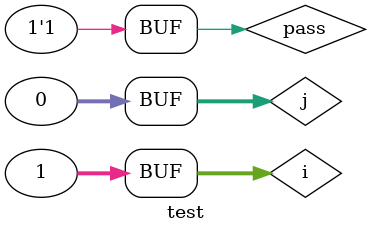
<source format=v>

module test;
  reg pass = 1'b1;

  reg array[1:0];
  reg [7:0] delay[1:0];
  integer i = 1, j = 0;

  initial begin
    delay[0] = 8'd4;
    delay[1] = 8'd6;
    array[j] <= #(delay[0]) 1'b0;
    array[i] <= #(delay[i]) 1'b1;
    #3;
    if (array[0] !== 1'bx) begin
      $display("FAILED: array[0] != 1'bx @ 3");
      pass = 1'b0;
    end

    #2;
    if (array[0] !== 1'b0) begin
      $display("FAILED: array[0] != 1'b0 @ 5");
      pass = 1'b0;
    end

    if (array[1] !== 1'bx) begin
      $display("FAILED: array[1] != 1'bx @ 5");
      pass = 1'b0;
    end

    #2;
    if (array[1] !== 1'b1) begin
      $display("FAILED: array[1] != 1'b1 @ 7");
      pass = 1'b0;
    end

    if (pass) $display("PASSED");

  end
endmodule

</source>
